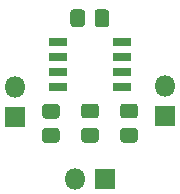
<source format=gbr>
%TF.GenerationSoftware,KiCad,Pcbnew,(5.1.6)-1*%
%TF.CreationDate,2022-09-13T14:07:30-04:00*%
%TF.ProjectId,soft-power-sw-simple,736f6674-2d70-46f7-9765-722d73772d73,rev?*%
%TF.SameCoordinates,Original*%
%TF.FileFunction,Soldermask,Top*%
%TF.FilePolarity,Negative*%
%FSLAX46Y46*%
G04 Gerber Fmt 4.6, Leading zero omitted, Abs format (unit mm)*
G04 Created by KiCad (PCBNEW (5.1.6)-1) date 2022-09-13 14:07:30*
%MOMM*%
%LPD*%
G01*
G04 APERTURE LIST*
%ADD10R,1.800000X1.800000*%
%ADD11O,1.800000X1.800000*%
%ADD12R,1.625000X0.800000*%
G04 APERTURE END LIST*
%TO.C,C1*%
G36*
G01*
X144750262Y-103876000D02*
X143793738Y-103876000D01*
G75*
G02*
X143522000Y-103604262I0J271738D01*
G01*
X143522000Y-102897738D01*
G75*
G02*
X143793738Y-102626000I271738J0D01*
G01*
X144750262Y-102626000D01*
G75*
G02*
X145022000Y-102897738I0J-271738D01*
G01*
X145022000Y-103604262D01*
G75*
G02*
X144750262Y-103876000I-271738J0D01*
G01*
G37*
G36*
G01*
X144750262Y-101826000D02*
X143793738Y-101826000D01*
G75*
G02*
X143522000Y-101554262I0J271738D01*
G01*
X143522000Y-100847738D01*
G75*
G02*
X143793738Y-100576000I271738J0D01*
G01*
X144750262Y-100576000D01*
G75*
G02*
X145022000Y-100847738I0J-271738D01*
G01*
X145022000Y-101554262D01*
G75*
G02*
X144750262Y-101826000I-271738J0D01*
G01*
G37*
%TD*%
D10*
%TO.C,J1*%
X137922000Y-101727000D03*
D11*
X137922000Y-99187000D03*
%TD*%
%TO.C,J2*%
X143002000Y-106934000D03*
D10*
X145542000Y-106934000D03*
%TD*%
%TO.C,J3*%
X150622000Y-101600000D03*
D11*
X150622000Y-99060000D03*
%TD*%
D12*
%TO.C,Q1*%
X141560000Y-95377000D03*
X141560000Y-96647000D03*
X141560000Y-97917000D03*
X141560000Y-99187000D03*
X146984000Y-99187000D03*
X146984000Y-97917000D03*
X146984000Y-96647000D03*
X146984000Y-95377000D03*
%TD*%
%TO.C,R1*%
G36*
G01*
X142613000Y-93823262D02*
X142613000Y-92866738D01*
G75*
G02*
X142884738Y-92595000I271738J0D01*
G01*
X143591262Y-92595000D01*
G75*
G02*
X143863000Y-92866738I0J-271738D01*
G01*
X143863000Y-93823262D01*
G75*
G02*
X143591262Y-94095000I-271738J0D01*
G01*
X142884738Y-94095000D01*
G75*
G02*
X142613000Y-93823262I0J271738D01*
G01*
G37*
G36*
G01*
X144663000Y-93823262D02*
X144663000Y-92866738D01*
G75*
G02*
X144934738Y-92595000I271738J0D01*
G01*
X145641262Y-92595000D01*
G75*
G02*
X145913000Y-92866738I0J-271738D01*
G01*
X145913000Y-93823262D01*
G75*
G02*
X145641262Y-94095000I-271738J0D01*
G01*
X144934738Y-94095000D01*
G75*
G02*
X144663000Y-93823262I0J271738D01*
G01*
G37*
%TD*%
%TO.C,R2*%
G36*
G01*
X140491738Y-102644000D02*
X141448262Y-102644000D01*
G75*
G02*
X141720000Y-102915738I0J-271738D01*
G01*
X141720000Y-103622262D01*
G75*
G02*
X141448262Y-103894000I-271738J0D01*
G01*
X140491738Y-103894000D01*
G75*
G02*
X140220000Y-103622262I0J271738D01*
G01*
X140220000Y-102915738D01*
G75*
G02*
X140491738Y-102644000I271738J0D01*
G01*
G37*
G36*
G01*
X140491738Y-100594000D02*
X141448262Y-100594000D01*
G75*
G02*
X141720000Y-100865738I0J-271738D01*
G01*
X141720000Y-101572262D01*
G75*
G02*
X141448262Y-101844000I-271738J0D01*
G01*
X140491738Y-101844000D01*
G75*
G02*
X140220000Y-101572262I0J271738D01*
G01*
X140220000Y-100865738D01*
G75*
G02*
X140491738Y-100594000I271738J0D01*
G01*
G37*
%TD*%
%TO.C,R3*%
G36*
G01*
X147095738Y-100576000D02*
X148052262Y-100576000D01*
G75*
G02*
X148324000Y-100847738I0J-271738D01*
G01*
X148324000Y-101554262D01*
G75*
G02*
X148052262Y-101826000I-271738J0D01*
G01*
X147095738Y-101826000D01*
G75*
G02*
X146824000Y-101554262I0J271738D01*
G01*
X146824000Y-100847738D01*
G75*
G02*
X147095738Y-100576000I271738J0D01*
G01*
G37*
G36*
G01*
X147095738Y-102626000D02*
X148052262Y-102626000D01*
G75*
G02*
X148324000Y-102897738I0J-271738D01*
G01*
X148324000Y-103604262D01*
G75*
G02*
X148052262Y-103876000I-271738J0D01*
G01*
X147095738Y-103876000D01*
G75*
G02*
X146824000Y-103604262I0J271738D01*
G01*
X146824000Y-102897738D01*
G75*
G02*
X147095738Y-102626000I271738J0D01*
G01*
G37*
%TD*%
M02*

</source>
